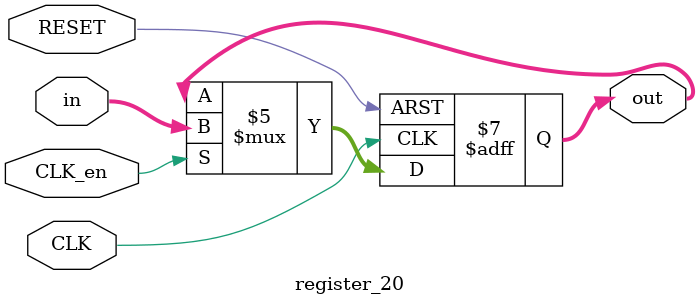
<source format=v>
`timescale 1ns / 1ps

module register_20
	(
		CLK,
		RESET,
        CLK_en,
		in,
		out
	);
	 
	parameter N=20;
	 
	input 				CLK,CLK_en;
	input					RESET;
	input		[N-1:0]	in;
	
	output	[N-1:0]	out;
	
	reg 		[N-1:0]	out;

	always @(posedge CLK or negedge RESET)begin
		if(!RESET)
			out <= 0;
		else if(!CLK_en)begin
			out <= out;
		end
		else begin
			 out <= in;
		end
	end			

			
endmodule

</source>
